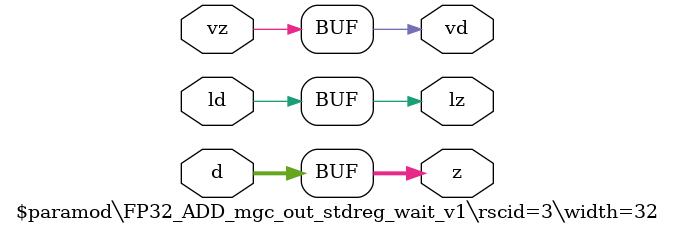
<source format=v>
module \$paramod\FP32_ADD_mgc_out_stdreg_wait_v1\rscid=3\width=32 (ld, vd, d, lz, vz, z);
  (* src = "./vmod/vlibs/HLS_fp32_add.v:47" *)
  input [31:0] d;
  (* src = "./vmod/vlibs/HLS_fp32_add.v:45" *)
  input ld;
  (* src = "./vmod/vlibs/HLS_fp32_add.v:48" *)
  output lz;
  (* src = "./vmod/vlibs/HLS_fp32_add.v:46" *)
  output vd;
  (* src = "./vmod/vlibs/HLS_fp32_add.v:49" *)
  input vz;
  (* src = "./vmod/vlibs/HLS_fp32_add.v:50" *)
  output [31:0] z;
  assign lz = ld;
  assign vd = vz;
  assign z = d;
endmodule

</source>
